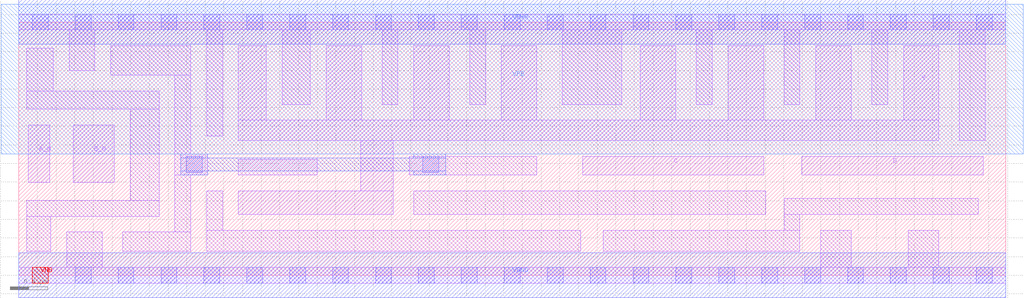
<source format=lef>
# Copyright 2020 The SkyWater PDK Authors
#
# Licensed under the Apache License, Version 2.0 (the "License");
# you may not use this file except in compliance with the License.
# You may obtain a copy of the License at
#
#     https://www.apache.org/licenses/LICENSE-2.0
#
# Unless required by applicable law or agreed to in writing, software
# distributed under the License is distributed on an "AS IS" BASIS,
# WITHOUT WARRANTIES OR CONDITIONS OF ANY KIND, either express or implied.
# See the License for the specific language governing permissions and
# limitations under the License.
#
# SPDX-License-Identifier: Apache-2.0

VERSION 5.7 ;
  NOWIREEXTENSIONATPIN ON ;
  DIVIDERCHAR "/" ;
  BUSBITCHARS "[]" ;
PROPERTYDEFINITIONS
  MACRO maskLayoutSubType STRING ;
  MACRO prCellType STRING ;
  MACRO originalViewName STRING ;
END PROPERTYDEFINITIONS
MACRO sky130_fd_sc_hdll__nand4bb_4
  CLASS CORE ;
  FOREIGN sky130_fd_sc_hdll__nand4bb_4 ;
  ORIGIN  0.000000  0.000000 ;
  SIZE  10.58000 BY  2.720000 ;
  SYMMETRY X Y R90 ;
  SITE unithd ;
  PIN A_N
    ANTENNAGATEAREA  0.277500 ;
    DIRECTION INPUT ;
    USE SIGNAL ;
    PORT
      LAYER li1 ;
        RECT 0.100000 0.995000 0.330000 1.615000 ;
    END
  END A_N
  PIN B_N
    ANTENNAGATEAREA  0.277500 ;
    DIRECTION INPUT ;
    USE SIGNAL ;
    PORT
      LAYER li1 ;
        RECT 0.585000 0.995000 1.025000 1.615000 ;
    END
  END B_N
  PIN C
    ANTENNAGATEAREA  1.110000 ;
    DIRECTION INPUT ;
    USE SIGNAL ;
    PORT
      LAYER li1 ;
        RECT 6.045000 1.075000 7.985000 1.275000 ;
    END
  END C
  PIN D
    ANTENNAGATEAREA  1.110000 ;
    DIRECTION INPUT ;
    USE SIGNAL ;
    PORT
      LAYER li1 ;
        RECT 8.395000 1.075000 10.340000 1.275000 ;
    END
  END D
  PIN VGND
    ANTENNADIFFAREA  0.601250 ;
    DIRECTION INOUT ;
    USE SIGNAL ;
    PORT
      LAYER met1 ;
        RECT 0.000000 -0.240000 10.580000 0.240000 ;
    END
  END VGND
  PIN VPWR
    ANTENNADIFFAREA  3.425000 ;
    DIRECTION INOUT ;
    USE SIGNAL ;
    PORT
      LAYER met1 ;
        RECT 0.000000 2.480000 10.580000 2.960000 ;
    END
  END VPWR
  PIN Y
    ANTENNADIFFAREA  2.736000 ;
    DIRECTION OUTPUT ;
    USE SIGNAL ;
    PORT
      LAYER li1 ;
        RECT 2.355000 0.655000 4.015000 0.905000 ;
        RECT 2.355000 1.445000 9.865000 1.665000 ;
        RECT 2.355000 1.665000 2.655000 2.465000 ;
        RECT 3.295000 1.665000 3.675000 2.465000 ;
        RECT 3.665000 0.905000 4.015000 1.445000 ;
        RECT 4.235000 1.665000 4.615000 2.465000 ;
        RECT 5.175000 1.665000 5.555000 2.465000 ;
        RECT 6.665000 1.665000 7.045000 2.465000 ;
        RECT 7.605000 1.665000 7.985000 2.465000 ;
        RECT 8.545000 1.665000 8.925000 2.465000 ;
        RECT 9.485000 1.665000 9.865000 2.465000 ;
    END
  END Y
  PIN VNB
    DIRECTION INOUT ;
    USE GROUND ;
    PORT
      LAYER pwell ;
        RECT 0.145000 -0.085000 0.315000 0.085000 ;
    END
  END VNB
  PIN VPB
    DIRECTION INOUT ;
    USE POWER ;
    PORT
      LAYER nwell ;
        RECT -0.190000 1.305000 10.770000 2.910000 ;
    END
  END VPB
  OBS
    LAYER li1 ;
      RECT  0.000000 -0.085000 10.580000 0.085000 ;
      RECT  0.000000  2.635000 10.580000 2.805000 ;
      RECT  0.085000  0.255000  0.345000 0.635000 ;
      RECT  0.085000  0.635000  1.505000 0.805000 ;
      RECT  0.085000  1.785000  1.505000 1.980000 ;
      RECT  0.085000  1.980000  0.370000 2.440000 ;
      RECT  0.515000  0.085000  0.895000 0.465000 ;
      RECT  0.540000  2.195000  0.815000 2.635000 ;
      RECT  0.985000  2.150000  1.845000 2.465000 ;
      RECT  1.115000  0.255000  1.845000 0.465000 ;
      RECT  1.195000  0.805000  1.505000 1.785000 ;
      RECT  1.675000  0.465000  1.845000 1.075000 ;
      RECT  1.675000  1.075000  2.025000 1.305000 ;
      RECT  1.675000  1.305000  1.845000 2.150000 ;
      RECT  2.015000  0.255000  6.025000 0.485000 ;
      RECT  2.015000  0.485000  2.185000 0.905000 ;
      RECT  2.015000  1.495000  2.185000 2.635000 ;
      RECT  2.355000  1.075000  3.200000 1.245000 ;
      RECT  2.825000  1.835000  3.125000 2.635000 ;
      RECT  3.895000  1.835000  4.065000 2.635000 ;
      RECT  4.185000  1.075000  5.555000 1.275000 ;
      RECT  4.235000  0.655000  8.010000 0.905000 ;
      RECT  4.835000  1.835000  5.005000 2.635000 ;
      RECT  5.825000  1.835000  6.465000 2.635000 ;
      RECT  6.265000  0.255000  8.375000 0.485000 ;
      RECT  7.265000  1.835000  7.435000 2.635000 ;
      RECT  8.205000  0.485000  8.375000 0.655000 ;
      RECT  8.205000  0.655000 10.285000 0.825000 ;
      RECT  8.205000  1.835000  8.375000 2.635000 ;
      RECT  8.595000  0.085000  8.925000 0.485000 ;
      RECT  9.145000  1.835000  9.315000 2.635000 ;
      RECT  9.535000  0.085000  9.865000 0.485000 ;
      RECT 10.085000  1.445000 10.360000 2.635000 ;
    LAYER mcon ;
      RECT  0.145000 -0.085000  0.315000 0.085000 ;
      RECT  0.145000  2.635000  0.315000 2.805000 ;
      RECT  0.605000 -0.085000  0.775000 0.085000 ;
      RECT  0.605000  2.635000  0.775000 2.805000 ;
      RECT  1.065000 -0.085000  1.235000 0.085000 ;
      RECT  1.065000  2.635000  1.235000 2.805000 ;
      RECT  1.525000 -0.085000  1.695000 0.085000 ;
      RECT  1.525000  2.635000  1.695000 2.805000 ;
      RECT  1.795000  1.105000  1.965000 1.275000 ;
      RECT  1.985000 -0.085000  2.155000 0.085000 ;
      RECT  1.985000  2.635000  2.155000 2.805000 ;
      RECT  2.445000 -0.085000  2.615000 0.085000 ;
      RECT  2.445000  2.635000  2.615000 2.805000 ;
      RECT  2.905000 -0.085000  3.075000 0.085000 ;
      RECT  2.905000  2.635000  3.075000 2.805000 ;
      RECT  3.365000 -0.085000  3.535000 0.085000 ;
      RECT  3.365000  2.635000  3.535000 2.805000 ;
      RECT  3.825000 -0.085000  3.995000 0.085000 ;
      RECT  3.825000  2.635000  3.995000 2.805000 ;
      RECT  4.285000 -0.085000  4.455000 0.085000 ;
      RECT  4.285000  2.635000  4.455000 2.805000 ;
      RECT  4.330000  1.105000  4.500000 1.275000 ;
      RECT  4.745000 -0.085000  4.915000 0.085000 ;
      RECT  4.745000  2.635000  4.915000 2.805000 ;
      RECT  5.205000 -0.085000  5.375000 0.085000 ;
      RECT  5.205000  2.635000  5.375000 2.805000 ;
      RECT  5.665000 -0.085000  5.835000 0.085000 ;
      RECT  5.665000  2.635000  5.835000 2.805000 ;
      RECT  6.125000 -0.085000  6.295000 0.085000 ;
      RECT  6.125000  2.635000  6.295000 2.805000 ;
      RECT  6.585000 -0.085000  6.755000 0.085000 ;
      RECT  6.585000  2.635000  6.755000 2.805000 ;
      RECT  7.045000 -0.085000  7.215000 0.085000 ;
      RECT  7.045000  2.635000  7.215000 2.805000 ;
      RECT  7.505000 -0.085000  7.675000 0.085000 ;
      RECT  7.505000  2.635000  7.675000 2.805000 ;
      RECT  7.965000 -0.085000  8.135000 0.085000 ;
      RECT  7.965000  2.635000  8.135000 2.805000 ;
      RECT  8.425000 -0.085000  8.595000 0.085000 ;
      RECT  8.425000  2.635000  8.595000 2.805000 ;
      RECT  8.885000 -0.085000  9.055000 0.085000 ;
      RECT  8.885000  2.635000  9.055000 2.805000 ;
      RECT  9.345000 -0.085000  9.515000 0.085000 ;
      RECT  9.345000  2.635000  9.515000 2.805000 ;
      RECT  9.805000 -0.085000  9.975000 0.085000 ;
      RECT  9.805000  2.635000  9.975000 2.805000 ;
      RECT 10.265000 -0.085000 10.435000 0.085000 ;
      RECT 10.265000  2.635000 10.435000 2.805000 ;
    LAYER met1 ;
      RECT 1.735000 1.075000 2.025000 1.120000 ;
      RECT 1.735000 1.120000 4.575000 1.260000 ;
      RECT 1.735000 1.260000 2.025000 1.305000 ;
      RECT 4.235000 1.075000 4.575000 1.120000 ;
      RECT 4.235000 1.260000 4.575000 1.305000 ;
  END
  PROPERTY maskLayoutSubType "abstract" ;
  PROPERTY prCellType "standard" ;
  PROPERTY originalViewName "layout" ;
END sky130_fd_sc_hdll__nand4bb_4
END LIBRARY

</source>
